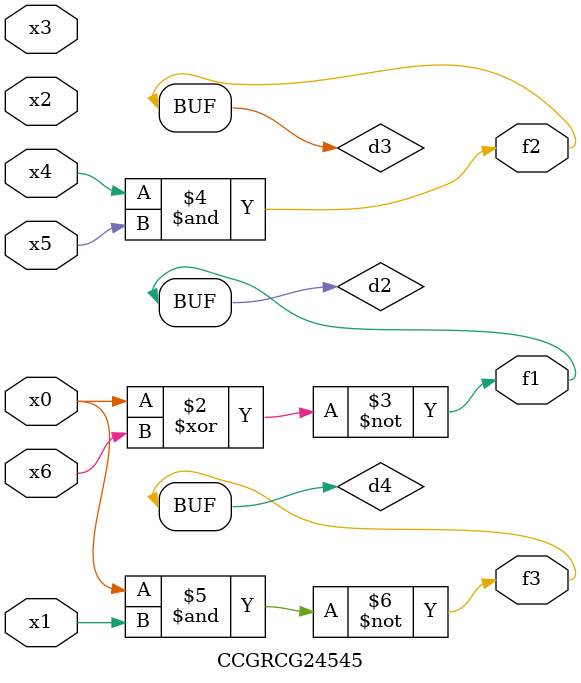
<source format=v>
module CCGRCG24545(
	input x0, x1, x2, x3, x4, x5, x6,
	output f1, f2, f3
);

	wire d1, d2, d3, d4;

	nor (d1, x0);
	xnor (d2, x0, x6);
	and (d3, x4, x5);
	nand (d4, x0, x1);
	assign f1 = d2;
	assign f2 = d3;
	assign f3 = d4;
endmodule

</source>
